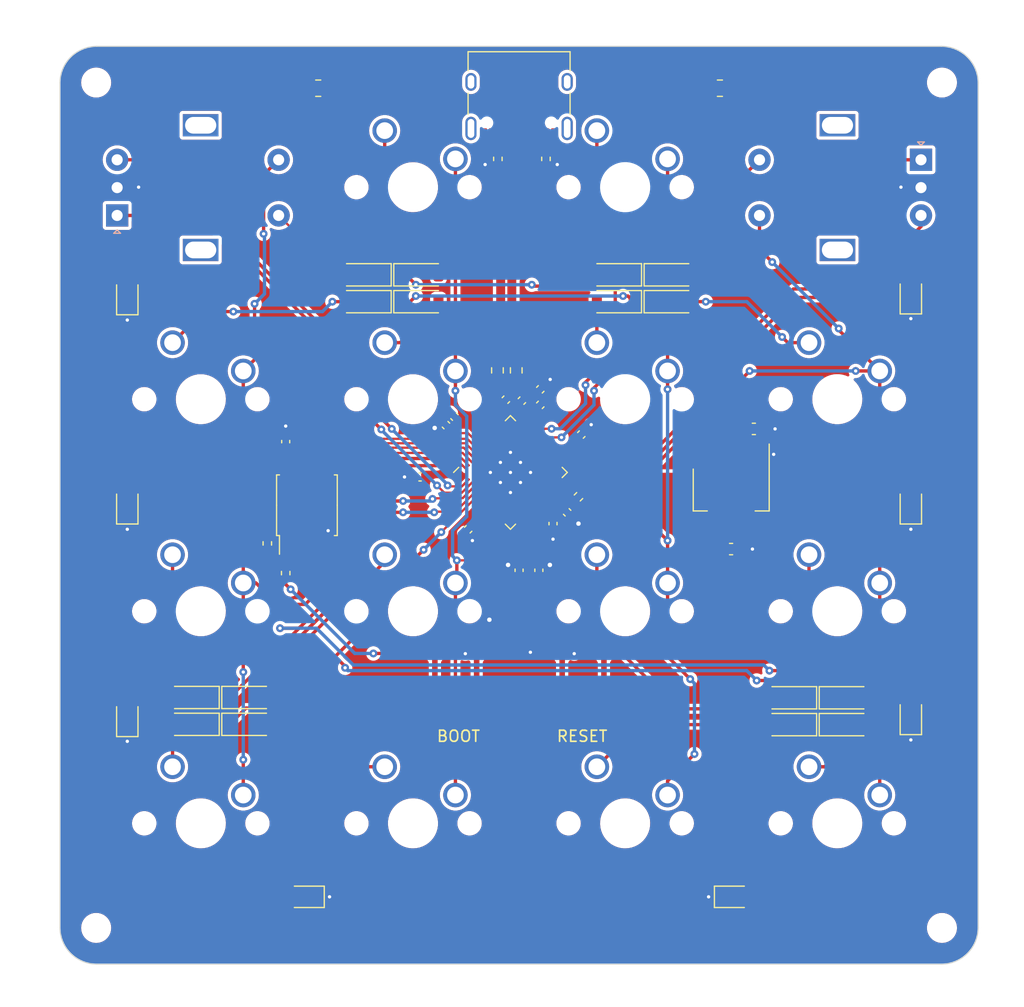
<source format=kicad_pcb>
(kicad_pcb (version 20221018) (generator pcbnew)
  (layers (0 "F.Cu" signal) (31 "B.Cu" power) (34 "B.Paste" user) (35 "F.Paste" user) (36 "B.SilkS" user "B.Silkscreen") (37 "F.SilkS" user "F.Silkscreen") (38 "B.Mask" user) (39 "F.Mask" user) (44 "Edge.Cuts" user))
  (net 0 "")
  (net 1 "+3V3")
  (net 2 "GND")
  (net 3 "+1V1")
  (net 4 "VBUS")
  (net 5 "/XIN")
  (net 6 "/XOUT")
  (net 7 "/ROW_0")
  (net 8 "Net-(D1-A)")
  (net 9 "Net-(D2-A)")
  (net 10 "Net-(D3-A)")
  (net 11 "Net-(D4-A)")
  (net 12 "/ROW_1")
  (net 13 "Net-(D5-A)")
  (net 14 "Net-(D6-A)")
  (net 15 "Net-(D7-A)")
  (net 16 "Net-(D8-A)")
  (net 17 "/ROW_2")
  (net 18 "Net-(D9-A)")
  (net 19 "Net-(D10-A)")
  (net 20 "Net-(D11-A)")
  (net 21 "Net-(D12-A)")
  (net 22 "/ROW_3")
  (net 23 "Net-(D13-A)")
  (net 24 "Net-(D14-A)")
  (net 25 "Net-(D15-A)")
  (net 26 "Net-(D16-A)")
  (net 27 "/ENC2_PIN_A")
  (net 28 "/ENC2_PIN_B")
  (net 29 "/COL_0")
  (net 30 "/ENC1_PIN_A")
  (net 31 "/ENC1_PIN_B")
  (net 32 "/COL_3")
  (net 33 "Net-(J1-CC1)")
  (net 35 "Net-(J1-CC2)")
  (net 38 "Net-(U1-USB_DP)")
  (net 39 "/USB_D+")
  (net 40 "Net-(U1-USB_DM)")
  (net 41 "/USB_D-")
  (net 42 "Net-(SW15-B)")
  (net 44 "/COL_1")
  (net 45 "/COL_2")
  (net 46 "/QSPI_SD1")
  (net 47 "/QSPI_SD2")
  (net 48 "/QSPI_SD0")
  (net 49 "/QSPI_SCLK")
  (net 50 "/QSPI_SD3")
  (net 67 "/~{USB_BOOT}")
  (net 68 "/QSPI_SS")
  (net 69 "Net-(D17-A)")
  (net 70 "Net-(D21-A)")
  (footprint "Button_Switch_SMD:SW_Push_1P1T_XKB_TS-1187A" (layer "F.Cu") (at 130.078 107.14 90)
    (fp_text reference "SW15" hide)
    (fp_text value "SW_SPST")
  )
  (footprint "Package_SO:SOIC-8_5.23x5.23mm_P1.27mm" (layer "F.Cu") (at 105.283 90.805 90)
    (fp_text reference "U4" hide)
    (fp_text value "W25Q128JVS")
  )
  (footprint "Connector_USB:USB_C_Receptacle_XKB_U262-16XN-4BVC11" (layer "F.Cu") (at 124.333 53.848 180)
    (fp_text reference "J1" hide)
    (fp_text value "USB_C_Receptacle_USB2.0")
  )
  (footprint "Capacitor_SMD:C_0402_1005Metric" (layer "F.Cu") (at 115.443 88.265 180)
    (fp_text reference "C6" hide)
    (fp_text value "100n")
  )
  (footprint "Diode_SMD:D_0805_2012Metric" (layer "F.Cu") (at 89.154 90.805 90)
    (fp_text reference "D18" hide)
    (fp_text value "LED")
  )
  (footprint "Crystal:Crystal_SMD_3225-4Pin_3.2x2.5mm" (layer "F.Cu") (at 124.29 101.942)
    (fp_text reference "Y1" hide)
    (fp_text value "12MHz")
  )
  (footprint "Capacitor_SMD:C_0402_1005Metric" (layer "F.Cu") (at 126.238 80.391 45)
    (fp_text reference "C7" hide)
    (fp_text value "100n")
  )
  (footprint "Diode_SMD:D_SOD-123" (layer "F.Cu") (at 148.6916 110.5154 180)
    (fp_text reference "D14" hide)
    (fp_text value "D")
  )
  (footprint "Diode_SMD:D_SOD-123" (layer "F.Cu") (at 137.921 72.517)
    (fp_text reference "D5" hide)
    (fp_text value "D")
  )
  (footprint "Capacitor_SMD:C_0402_1005Metric" (layer "F.Cu") (at 127.381 92.456 -90)
    (fp_text reference "C2" hide)
    (fp_text value "100n")
  )
  (footprint "Diode_SMD:D_0805_2012Metric" (layer "F.Cu") (at 159.512 71.930501 90)
    (fp_text reference "D21" hide)
    (fp_text value "LED")
  )
  (footprint "Capacitor_SMD:C_0603_1608Metric" (layer "F.Cu") (at 145.415 83.947)
    (fp_text reference "C12" hide)
    (fp_text value "10u")
  )
  (footprint "Diode_SMD:D_SOD-123" (layer "F.Cu") (at 95.0478 110.489 180)
    (fp_text reference "D16" hide)
    (fp_text value "D")
  )
  (footprint "Resistor_SMD:R_0805_2012Metric" (layer "F.Cu") (at 142.367 53.34 180)
    (fp_text reference "R9" hide)
    (fp_text value "15Ω")
  )
  (footprint "MountingHole:MountingHole_2.2mm_M2" (layer "F.Cu") (at 86.36 52.832)
    (fp_text reference "H1" hide)
    (fp_text value "MountingHole")
  )
  (footprint "Diode_SMD:D_SOD-123" (layer "F.Cu") (at 153.6446 108.1024)
    (fp_text reference "D9" hide)
    (fp_text value "D")
  )
  (footprint "Button_Switch_SMD:SW_Push_1P1T_XKB_TS-1187A" (layer "F.Cu") (at 118.648 107.119988 90)
    (fp_text reference "SW16" hide)
    (fp_text value "SW_SPST")
  )
  (footprint "Capacitor_SMD:C_0603_1608Metric" (layer "F.Cu") (at 143.37 94.742)
    (fp_text reference "C13" hide)
    (fp_text value "10u")
  )
  (footprint "Diode_SMD:D_SOD-123" (layer "F.Cu") (at 132.969 70.104 180)
    (fp_text reference "D2" hide)
    (fp_text value "D")
  )
  (footprint "Diode_SMD:D_0805_2012Metric" (layer "F.Cu") (at 143.5585 125.984)
    (fp_text reference "D24" hide)
    (fp_text value "LED")
  )
  (footprint "Resistor_SMD:R_0402_1005Metric" (layer "F.Cu") (at 126.746 59.69 -90)
    (fp_text reference "R4" hide)
    (fp_text value "5k1")
  )
  (footprint "Diode_SMD:D_SOD-123" (layer "F.Cu") (at 148.6916 108.1024 180)
    (fp_text reference "D10" hide)
    (fp_text value "D")
  )
  (footprint "Diode_SMD:D_SOD-123" (layer "F.Cu") (at 100.0008 110.489)
    (fp_text reference "D15" hide)
    (fp_text value "D")
  )
  (footprint "RP2040_minimal:RP2040-QFN-56" (layer "F.Cu") (at 123.558439 87.858878 45)
    (fp_text reference "U1" hide)
    (fp_text value "RP2040")
  )
  (footprint "Resistor_SMD:R_0805_2012Metric" (layer "F.Cu") (at 106.299 53.34)
    (fp_text reference "R8" hide)
    (fp_text value "15Ω")
  )
  (footprint "Diode_SMD:D_SOD-123" (layer "F.Cu") (at 115.443 72.517)
    (fp_text reference "D7" hide)
    (fp_text value "D")
  )
  (footprint "Diode_SMD:D_SOD-123" (layer "F.Cu") (at 100.0008 108.076)
    (fp_text reference "D11" hide)
    (fp_text value "D")
  )
  (footprint "Diode_SMD:D_SOD-123" (layer "F.Cu") (at 115.444 70.104)
    (fp_text reference "D3" hide)
    (fp_text value "D")
  )
  (footprint "Diode_SMD:D_0805_2012Metric" (layer "F.Cu") (at 159.512 90.805 90)
    (fp_text reference "D22" hide)
    (fp_text value "LED")
  )
  (footprint "Diode_SMD:D_0805_2012Metric" (layer "F.Cu") (at 159.512 109.728 90)
    (fp_text reference "D23" hide)
    (fp_text value "LED")
  )
  (footprint "Capacitor_SMD:C_0402_1005Metric" (layer "F.Cu") (at 123.148411 81.321589 45)
    (fp_text reference "C10" hide)
    (fp_text value "1u")
  )
  (footprint "Diode_SMD:D_SOD-123" (layer "F.Cu") (at 110.489 72.517 180)
    (fp_text reference "D8" hide)
    (fp_text value "D")
  )
  (footprint "Capacitor_SMD:C_0402_1005Metric" (layer "F.Cu") (at 129.921 84.455 45)
    (fp_text reference "C4" hide)
    (fp_text value "100n")
  )
  (footprint "Capacitor_SMD:C_0402_1005Metric" (layer "F.Cu") (at 124.333 96.647 90)
    (fp_text reference "C14" hide)
    (fp_text value "30p")
  )
  (footprint "Resistor_SMD:R_0402_1005Metric" (layer "F.Cu") (at 103.378 96.901 -90)
    (fp_text reference "R6" hide)
    (fp_text value "1k")
  )
  (footprint "Diode_SMD:D_0805_2012Metric" (layer "F.Cu") (at 89.154 109.903501 90)
    (fp_text reference "D19" hide)
    (fp_text value "LED")
  )
  (footprint "Resistor_SMD:R_0603_1608Metric" (layer "F.Cu") (at 122.390803 78.689756 90)
    (fp_text reference "R1" hide)
    (fp_text value "27")
  )
  (footprint "Diode_SMD:D_SOD-123" (layer "F.Cu") (at 153.6436 110.5154)
    (fp_text reference "D13" hide)
    (fp_text value "D")
  )
  (footprint "Diode_SMD:D_0805_2012Metric" (layer "F.Cu") (at 105.156 125.984 180)
    (fp_text reference "D20" hide)
    (fp_text value "LED")
  )
  (footprint "Diode_SMD:D_SOD-123" (layer "F.Cu") (at 110.49 70.104 180)
    (fp_text reference "D4" hide)
    (fp_text value "D")
  )
  (footprint "Capacitor_SMD:C_0402_1005Metric" (layer "F.Cu") (at 103.378 85.09 90)
    (fp_text reference "C16" hide)
    (fp_text value "100n")
  )
  (footprint "Diode_SMD:D_SOD-123" (layer "F.Cu") (at 132.968 72.517 180)
    (fp_text reference "D6" hide)
    (fp_text value "D")
  )
  (footprint "MountingHole:MountingHole_2.2mm_M2" (layer "F.Cu") (at 162.306 128.778)
    (fp_text reference "H4" hide)
    (fp_text value "MountingHole")
  )
  (footprint "MountingHole:MountingHole_2.2mm_M2" (layer "F.Cu") (at 162.306 52.832)
    (fp_text reference "H2" hide)
    (fp_text value "MountingHole")
  )
  (footprint "Diode_SMD:D_SOD-123" (layer "F.Cu") (at 95.0478 108.076 180)
    (fp_text reference "D12" hide)
    (fp_text value "D")
  )
  (footprint "Resistor_SMD:R_0402_1005Metric" (layer "F.Cu") (at 122.428 59.69 -90)
    (fp_text reference "R5" hide)
    (fp_text value "5k1")
  )
  (footprint "Resistor_SMD:R_0402_1005Metric" (layer "F.Cu") (at 129.667 90.043 45)
    (fp_text reference "R3" hide)
    (fp_text value "1k")
  )
  (footprint "Capacitor_SMD:C_0402_1005Metric" (layer "F.Cu") (at 117.770589 83.607589 135)
    (fp_text reference "C9" hide)
    (fp_text value "100n")
  )
  (footprint "Resistor_SMD:R_0603_1608Metric" (layer "F.Cu") (at 124.079 78.689756 90)
    (fp_text reference "R2" hide)
    (fp_text value "27")
  )
  (footprint "Resistor_SMD:R_0402_1005Metric" (layer "F.Cu") (at 101.727 94.232001 -90)
    (fp_text reference "R7" hide)
    (fp_text value "10k (DNP)")
  )
  (footprint "Capacitor_SMD:C_0402_1005Metric" (layer "F.Cu") (at 124.587 81.407 45)
    (fp_text reference "C11" hide)
    (fp_text value "1u")
  )
  (footprint "Diode_SMD:D_0805_2012Metric" (layer "F.Cu") (at 89.154 72.009 90)
    (fp_text reference "D17" hide)
    (fp_text value "LED")
  )
  (footprint "Capacitor_SMD:C_0402_1005Metric" (layer "F.Cu") (at 126.238 81.788 45)
    (fp_text reference "C3" hide)
    (fp_text value "100n")
  )
  (footprint "MountingHole:MountingHole_2.2mm_M2" (layer "F.Cu") (at 86.36 128.778)
    (fp_text reference "H3" hide)
    (fp_text value "MountingHole")
  )
  (footprint "Package_TO_SOT_SMD:SOT-223-3_TabPin2" (layer "F.Cu") (at 143.383 89.408 -90)
    (fp_text reference "U2" hide)
    (fp_text value "NCP1117-3.3_SOT223")
  )
  (footprint "Capacitor_SMD:C_0402_1005Metric" (layer "F.Cu") (at 119.761 92.964 -135)
    (fp_text reference "C5" hide)
    (fp_text value "100n")
  )
  (footprint "Capacitor_SMD:C_0402_1005Metric" (layer "F.Cu") (at 118.532589 82.845589 135)
    (fp_text reference "C1" hide)
    (fp_text value "100n")
  )
  (footprint "Capacitor_SMD:C_0402_1005Metric" (layer "F.Cu") (at 128.651 91.44 135)
    (fp_text reference "C8" hide)
    (fp_text value "100n")
  )
  (footprint "Capacitor_SMD:C_0402_1005Metric" (layer "F.Cu") (at 126.111 96.647 90)
    (fp_text reference "C15" hide)
    (fp_text value "30p")
  )
  (footprint "Diode_SMD:D_SOD-123" (layer "F.Cu") (at 137.922 70.104)
    (fp_text reference "D1" hide)
    (fp_text value "D")
  )
  (footprint "Button_Switch_Keyboard:SW_Cherry_MX_1.00u_PCB_UPDATED_FOOTPRINT_RIGHT_PIN_ASSIGNMENT" (layer "B.Cu") (at 112.268 114.3 180)
    (fp_text reference "SW13" hide)
    (fp_text value "KEY_MX")
  )
  (footprint "Button_Switch_Keyboard:SW_Cherry_MX_1.00u_PCB_UPDATED_FOOTPRINT_RIGHT_PIN_ASSIGNMENT" (layer "B.Cu") (at 93.218 76.2 180)
    (fp_text reference "SW6" hide)
    (fp_text value "KEY_MX")
  )
  (footprint "Button_Switch_Keyboard:SW_Cherry_MX_1.00u_PCB_UPDATED_FOOTPRINT_RIGHT_PIN_ASSIGNMENT" (layer "B.Cu") (at 112.268 57.15 180)
    (fp_text reference "SW2" hide)
    (fp_text value "KEY_MX")
  )
  (footprint "Button_Switch_Keyboard:SW_Cherry_MX_1.00u_PCB_UPDATED_FOOTPRINT_RIGHT_PIN_ASSIGNMENT" (layer "B.Cu") (at 150.368 95.25 180)
    (fp_text reference "SW7" hide)
    (fp_text value "KEY_MX")
  )
  (footprint "Button_Switch_Keyboard:SW_Cherry_MX_1.00u_PCB_UPDATED_FOOTPRINT_RIGHT_PIN_ASSIGNMENT" (layer "B.Cu") (at 150.368 76.2 180)
    (fp_text reference "SW3" hide)
    (fp_text value "KEY_MX")
  )
  (footprint "Button_Switch_Keyboard:SW_Cherry_MX_1.00u_PCB_UPDATED_FOOTPRINT_RIGHT_PIN_ASSIGNMENT" (layer "B.Cu") (at 112.268 95.25 180)
    (fp_text reference "SW9" hide)
    (fp_text value "KEY_MX")
  )
  (footprint "Button_Switch_Keyboard:SW_Cherry_MX_1.00u_PCB_UPDATED_FOOTPRINT_RIGHT_PIN_ASSIGNMENT" (layer "B.Cu") (at 131.318 114.3 180)
    (fp_text reference "SW12" hide)
    (fp_text value "KEY_MX")
  )
  (footprint "Button_Switch_Keyboard:SW_Cherry_MX_1.00u_PCB_UPDATED_FOOTPRINT_RIGHT_PIN_ASSIGNMENT" (layer "B.Cu") (at 112.268 76.2 180)
    (fp_text reference "SW5" hide)
    (fp_text value "KEY_MX")
  )
  (footprint "Button_Switch_Keyboard:SW_Cherry_MX_1.00u_PCB_UPDATED_FOOTPRINT_RIGHT_PIN_ASSIGNMENT" (layer "B.Cu") (at 131.318 76.2 180)
    (fp_text reference "SW4" hide)
    (fp_text value "KEY_MX")
  )
  (footprint "Button_Switch_Keyboard:SW_Cherry_MX_1.00u_PCB_UPDATED_FOOTPRINT_RIGHT_PIN_ASSIGNMENT" (layer "B.Cu") (at 131.318 57.15 180)
    (fp_text reference "SW1" hide)
    (fp_text value "KEY_MX")
  )
  (footprint "Button_Switch_Keyboard:SW_Cherry_MX_1.00u_PCB_UPDATED_FOOTPRINT_RIGHT_PIN_ASSIGNMENT" (layer "B.Cu") (at 150.368 114.3 180)
    (fp_text reference "SW11" hide)
    (fp_text value "KEY_MX")
  )
  (footprint "Rotary_Encoder:RotaryEncoder_Alps_EC11E-Switch_Vertical_H20mm" (layer "B.Cu") (at 88.243 64.77)
    (fp_text reference "ENC2" hide)
    (fp_text value "Encoder_Switch")
  )
  (footprint "Button_Switch_Keyboard:SW_Cherry_MX_1.00u_PCB_UPDATED_FOOTPRINT_RIGHT_PIN_ASSIGNMENT" (layer "B.Cu") (at 93.218 95.25 180)
    (fp_text reference "SW10" hide)
    (fp_text value "KEY_MX")
  )
  (footprint "Button_Switch_Keyboard:SW_Cherry_MX_1.00u_PCB_UPDATED_FOOTPRINT_RIGHT_PIN_ASSIGNMENT" (layer "B.Cu") (at 131.318 95.25 180)
    (fp_text reference "SW8" hide)
    (fp_text value "KEY_MX")
  )
  (footprint "Rotary_Encoder:RotaryEncoder_Alps_EC11E-Switch_Vertical_H20mm" (layer "B.Cu") (at 160.423 59.77 180)
    (fp_text reference "ENC1" hide)
    (fp_text value "Encoder_Switch")
  )
  (footprint "Button_Switch_Keyboard:SW_Cherry_MX_1.00u_PCB_UPDATED_FOOTPRINT_RIGHT_PIN_ASSIGNMENT" (layer "B.Cu") (at 93.218 114.3 180)
    (fp_text reference "SW14" hide)
    (fp_text value "KEY_MX")
  )
  (gr_line (start 83.106867 128.729133) (end 83.106867 52.880867) (stroke (width 0.1)) (layer "Edge.Cuts"))
  (gr_line (start 165.559133 52.880867) (end 165.559133 128.729133) (stroke (width 0.1)) (layer "Edge.Cuts"))
  (gr_arc (start 83.106867 52.880867) (mid 84.074 50.546) (end 86.408867 49.578867) (stroke (width 0.1)) (layer "Edge.Cuts"))
  (gr_arc (start 165.559133 128.729133) (mid 164.592 131.064) (end 162.257133 132.031133) (stroke (width 0.1)) (layer "Edge.Cuts"))
  (gr_line (start 86.408867 49.578867) (end 162.257133 49.578867) (stroke (width 0.1)) (layer "Edge.Cuts"))
  (gr_line (start 162.257133 132.031133) (end 86.408867 132.031133) (stroke (width 0.1)) (layer "Edge.Cuts"))
  (gr_arc (start 86.408867 132.031133) (mid 84.074 131.064) (end 83.106867 128.729133) (stroke (width 0.1)) (layer "Edge.Cuts"))
  (gr_arc (start 162.257133 49.578867) (mid 164.592 50.546) (end 165.559133 52.880867) (stroke (width 0.1)) (layer "Edge.Cuts"))
  (gr_text "RESET" (at 127.635 112.141) (layer "F.SilkS") (effects (font (size 1 1)) (justify left bottom)))
  (gr_text "BOOT" (at 116.863618 112.141) (layer "F.SilkS") (effects (font (size 1 1)) (justify left bottom)))
  (segment (start 122.683394 83.872564) (end 122.301 83.49017) (width 0.2) (layer "F.Cu") (net 1))
  (segment (start 119.103202 88.265) (end 119.289282 88.45108) (width 0.2) (layer "F.Cu") (net 1))
  (segment (start 124.150641 83.589721) (end 125.612951 82.127411) (width 0.2) (layer "F.Cu") (net 1))
  (segment (start 122.301 83.49017) (end 122.301 83.058) (width 0.2) (layer "F.Cu") (net 1))
  (segment (start 119.167403 83.185) (end 118.872 83.185) (width 0.2) (layer "F.Cu") (net 1))
  (segment (start 128.67 85.706) (end 129.581589 84.794411) (width 0.2) (layer "F.Cu") (net 1))
  (segment (start 121.834866 90.996664) (end 120.206941 92.624589) (width 0.2) (layer "F.Cu") (net 1))
  (segment (start 121.269181 85.286777) (end 120.266003 84.2836) (width 0.2) (layer "F.Cu") (net 1))
  (segment (start 120.206941 92.624589) (end 120.100411 92.624589) (width 0.2) (layer "F.Cu") (net 1))
  (segment (start 122.966237 83.589721) (end 123.420279 83.589721) (width 0.2) (layer "F.Cu") (net 1))
  (segment (start 125.898589 81.111411) (end 125.898589 80.730411) (width 0.2) (layer "F.Cu") (net 1))
  (segment (start 120.83169 84.2836) (end 120.266003 84.2836) (width 0.2) (layer "F.Cu") (net 1))
  (segment (start 123.612589 81.746411) (end 124.247589 81.746411) (width 0.2) (layer "F.Cu") (net 1))
  (segment (start 120.266003 84.2836) (end 119.167403 83.185) (width 0.2) (layer "F.Cu") (net 1))
  (segment (start 127.381 91.398596) (end 127.381 91.976) (width 0.2) (layer "F.Cu") (net 1))
  (segment (start 125.612951 82.127411) (end 125.898589 82.127411) (width 0.2) (layer "F.Cu") (net 1))
  (segment (start 115.923 88.265) (end 119.103202 88.265) (width 0.2) (layer "F.Cu") (net 1))
  (segment (start 121.552024 85.003934) (end 120.83169 84.2836) (width 0.2) (layer "F.Cu") (net 1))
  (segment (start 127.12553 85.706) (end 128.67 85.706) (width 0.2) (layer "F.Cu") (net 1))
  (segment (start 126.696225 86.135305) (end 127.12553 85.706) (width 0.2) (layer "F.Cu") (net 1))
  (segment (start 123.420279 83.589721) (end 125.898589 81.111411) (width 0.2) (layer "F.Cu") (net 1))
  (segment (start 122.301 83.058) (end 123.612589 81.746411) (width 0.2) (layer "F.Cu") (net 1))
  (segment (start 126.13054 90.148136) (end 127.381 91.398596) (width 0.2) (layer "F.Cu") (net 1))
  (segment (start 126.746 60.2) (end 127.76 60.2) (width 0.3) (layer "F.Cu") (net 2))
  (segment (start 124.587 90.297) (end 123.952 89.662) (width 0.5) (layer "F.Cu") (net 2))
  (segment (start 124.630822 80.772) (end 124.926411 81.067589) (width 0.5) (layer "F.Cu") (net 2))
  (segment (start 126.577411 80.051589) (end 127.127 79.502) (width 0.5) (layer "F.Cu") (net 2))
  (segment (start 145.683 86.258) (end 147.168 86.258) (width 0.5) (layer "F.Cu") (net 2))
  (segment (start 123.345 96.167) (end 124.333 96.167) (width 0.5) (layer "F.Cu") (net 2))
  (segment (start 123.952 89.662) (end 123.558439 89.662) (width 0.5) (layer "F.Cu") (net 2))
  (segment (start 126.281822 79.756) (end 126.577411 80.051589) (width 0.5) (layer "F.Cu") (net 2))
  (segment (start 144.145 94.742) (end 145.288 94.742) (width 0.5) (layer "F.Cu") (net 2))
  (segment (start 125.603 79.756) (end 126.281822 79.756) (width 0.5) (layer "F.Cu") (net 2))
  (segment (start 126.873 81.153) (end 126.577411 81.448589) (width 0.5) (layer "F.Cu") (net 2))
  (segment (start 159.512 72.868001) (end 159.512 74.041) (width 0.5) (layer "F.Cu") (net 2))
  (segment (start 120.983 57.518) (end 121.283 57.518) (width 0.3) (layer "F.Cu") (net 2))
  (segment (start 128.203002 104.140001) (end 128.203002 110.140001) (width 0.5) (layer "F.Cu") (net 2))
  (segment (start 125.39 102.792) (end 125.39 103.972) (width 0.5) (layer "F.Cu") (net 2))
  (segment (start 114.046 88.265) (end 114.963 88.265) (width 0.5) (layer "F.Cu") (net 2))
  (segment (start 123.487822 80.982178) (end 123.698 80.772) (width 0.5) (layer "F.Cu") (net 2))
  (segment (start 158.663 62.27) (end 158.623 62.23) (width 0.5) (layer "F.Cu") (net 2))
  (segment (start 89.154 110.841001) (end 89.154 112.014) (width 0.5) (layer "F.Cu") (net 2))
  (segment (start 124.926411 81.067589) (end 124.926411 80.432589) (width 0.5) (layer "F.Cu") (net 2))
  (segment (start 120.523002 110.119988) (end 120.523003 104.119988) (width 0.5) (layer "F.Cu") (net 2))
  (segment (start 159.512 110.6655) (end 159.512 111.887) (width 0.5) (layer "F.Cu") (net 2))
  (segment (start 89.154 91.7425) (end 89.154 92.964) (width 0.5) (layer "F.Cu") (net 2))
  (segment (start 88.243 62.27) (end 90.13 62.27) (width 0.5) (layer "F.Cu") (net 2))
  (segment (start 118.193178 82.506178) (end 117.431178 83.268178) (width 0.5) (layer "F.Cu") (net 2))
  (segment (start 160.423 62.27) (end 158.663 62.27) (width 0.5) (layer "F.Cu") (net 2))
  (segment (start 90.13 62.27) (end 90.17 62.23) (width 0.5) (layer "F.Cu") (net 2))
  (segment (start 125.39 103.972) (end 125.349 104.013) (width 0.5) (layer "F.Cu") (net 2))
  (segment (start 125.282012 90.996664) (end 124.714 90.428652) (width 0.2) (layer "F.Cu") (net 2))
  (segment (start 130.260411 84.115589) (end 130.81 83.566) (width 0.5) (layer "F.Cu") (net 2))
  (segment (start 123.19 101.092) (end 121.666 101.092) (width 0.5) (layer "F.Cu") (net 2))
  (segment (start 127.099 96.167) (end 126.111 96.167) (width 0.5) (layer "F.Cu") (net 2))
  (segment (start 89.154 72.9465) (end 89.154 74.168) (width 0.5) (layer "F.Cu") (net 2))
  (segment (start 159.512 91.7425) (end 159.512 92.964) (width 0.5) (layer "F.Cu") (net 2))
  (segment (start 126.746 60.2) (end 127.683 59.263) (width 0.3) (layer "F.Cu") (net 2))
  (segment (start 124.926411 80.432589) (end 125.603 79.756) (width 0.5) (layer "F.Cu") (net 2))
  (segment (start 127.381 93.853) (end 127.381 92.936) (width 0.5) (layer "F.Cu") (net 2))
  (segment (start 142.621 125.984) (end 141.351 125.984) (width 0.5) (layer "F.Cu") (net 2))
  (segment (start 127.383 57.518) (end 127.683 57.518) (width 0.3) (layer "F.Cu") (net 2))
  (segment (start 126.577411 80.051589) (end 126.873 80.347178) (width 0.5) (layer "F.Cu") (net 2))
  (segment (start 128.990411 91.779411) (end 129.667 92.456) (width 0.5) (layer "F.Cu") (net 2))
  (segment (start 107.188 94.405) (end 107.188 93.091) (width 0.5) (layer "F.Cu") (net 2))
  (segment (start 126.873 80.347178) (end 126.873 81.153) (width 0.5) (layer "F.Cu") (net 2))
  (segment (start 146.19 83.947) (end 147.32 83.947) (width 0.5) (layer "F.Cu") (net 2))
  (segment (start 122.428 60.2) (end 121.287 60.2) (width 0.3) (layer "F.Cu") (net 2))
  (segment (start 121.283 57.518) (end 121.283 59.434) (width 0.3) (layer "F.Cu") (net 2))
  (segment (start 128.203 104.14) (end 129.286 104.14) (width 0.5) (layer "F.Cu") (net 2))
  (segment (start 124.714 90.424) (end 124.587 90.297) (width 0.3) (layer "F.Cu") (net 2))
  (segment (start 123.698 80.772) (end 124.630822 80.772) (width 0.5) (layer "F.Cu") (net 2))
  (segment (start 124.714 90.428652) (end 124.714 90.424) (width 0.2) (layer "F.Cu") (net 2))
  (segment (start 122.049 60.2) (end 122.428 60.2) (width 0.3) (layer "F.Cu") (net 2))
  (segment (start 103.378 84.61) (end 103.378 83.693) (width 0.5) (layer "F.Cu") (net 2))
  (segment (start 127.76 60.2) (end 127.762 60.198) (width 0.3) (layer "F.Cu") (net 2))
  (segment (start 127.683 59.263) (end 127.683 57.518) (width 0.3) (layer "F.Cu") (net 2))
  (segment (start 116.837767 83.861589) (end 117.431178 83.268178) (width 0.5) (layer "F.Cu") (net 2))
  (segment (start 147.168 86.258) (end 147.193 86.233) (width 0.5) (layer "F.Cu") (net 2))
  (segment (start 121.283 59.434) (end 122.049 60.2) (width 0.3) (layer "F.Cu") (net 2))
  (segment (start 119.527012 104.119988) (end 119.507 104.14) (width 0.5) (layer "F.Cu") (net 2))
  (segment (start 106.0935 125.984) (end 107.315 125.984) (width 0.5) (layer "F.Cu") (net 2))
  (segment (start 119.421589 93.303411) (end 119.465411 93.303411) (width 0.5) (layer "F.Cu") (net 2))
  (segment (start 120.523 104.119988) (end 119.527012 104.119988) (width 0.5) (layer "F.Cu") (net 2))
  (segment (start 119.465411 93.303411) (end 120.142 93.98) (width 0.5) (layer "F.Cu") (net 2))
  (segment (start 121.287 60.2) (end 121.285 60.198) (width 0.3) (layer "F.Cu") (net 2))
  (via (at 123.345 96.167) (size 0.8) (drill 0.4) (layers "F.Cu" "B.Cu") (net 2))
  (via (at 147.32 83.947) (size 0.7) (drill 0.3) (layers "F.Cu" "B.Cu") (net 2))
  (via (at 89.154 112.014) (size 0.7) (drill 0.3) (layers "F.Cu" "B.Cu") (net 2))
  (via (at 120.142 93.98) (size 0.7) (drill 0.3) (layers "F.Cu" "B.Cu") (net 2))
  (via (at 89.154 92.964) (size 0.7) (drill 0.3) (layers "F.Cu" "B.Cu") (net 2))
  (via (at 159.512 111.887) (size 0.7) (drill 0.3) (layers "F.Cu" "B.Cu") (net 2))
  (via (at 127.099 96.167) (size 0.8) (drill 0.4) (layers "F.Cu" "B.Cu") (net 2))
  (via (at 125.349 104.013) (size 0.7) (drill 0.3) (layers "F.Cu" "B.Cu") (net 2))
  (via (at 127.381 93.853) (size 0.7) (drill 0.3) (layers "F.Cu" "B.Cu") (net 2))
  (via (at 127.127 79.502) (size 0.7) (drill 0.3) (layers "F.Cu" "B.Cu") (net 2))
  (via (at 159.512 92.964) (size 0.7) (drill 0.3) (layers "F.Cu" "B.Cu") (net 2))
  (via (at 121.666 101.092) (size 0.8) (drill 0.4) (layers "F.Cu" "B.Cu") (net 2))
  (via (at 147.193 86.233) (size 0.7) (drill 0.3) (layers "F.Cu" "B.Cu") (net 2))
  (via (at 107.315 125.984) (size 0.7) (drill 0.3) (layers "F.Cu" "B.Cu") (net 2))
  (via (at 127.762 60.198) (size 0.7) (drill 0.3) (layers "F.Cu" "B.Cu") (net 2))
  (via (at 158.623 62.23) (size 0.7) (drill 0.3) (layers "F.Cu" "B.Cu") (net 2))
  (via (at 89.154 74.168) (size 0.7) (drill 0.3) (layers "F.Cu" "B.Cu") (net 2))
  (via (at 119.507 104.14) (size 0.7) (drill 0.3) (layers "F.Cu" "B.Cu") (net 2))
  (via (at 130.81 83.566) (size 0.7) (drill 0.3) (layers "F.Cu" "B.Cu") (net 2))
  (via (at 90.17 62.23) (size 0.7) (drill 0.3) (layers "F.Cu" "B.Cu") (net 2))
  (via (at 116.754589 83.861589) (size 0.8) (drill 0.4) (layers "F.Cu" "B.Cu") (net 2))
  (via (at 141.351 125.984) (size 0.7) (drill 0.3) (layers "F.Cu" "B.Cu") (net 2))
  (via (at 103.378 83.693) (size 0.7) (drill 0.3) (layers "F.Cu" "B.Cu") (net 2))
  (via (at 114.046 88.265) (size 0.7) (drill 0.3) (layers "F.Cu" "B.Cu") (net 2))
  (via (at 107.188 93.091) (size 0.7) (drill 0.3) (layers "F.Cu" "B.Cu") (net 2))
  (via (at 159.512 74.041) (size 0.7) (drill 0.3) (layers "F.Cu" "B.Cu") (net 2))
  (via (at 129.667 92.456) (size 0.8) (drill 0.4) (layers "F.Cu" "B.Cu") (net 2))
  (via (at 129.286 104.14) (size 0.7) (drill 0.3) (layers "F.Cu" "B.Cu") (net 2))
  (via (at 145.288 94.742) (size 0.7) (drill 0.3) (layers "F.Cu" "B.Cu") (net 2))
  (via (at 121.285 60.198) (size 0.7) (drill 0.3) (layers "F.Cu" "B.Cu") (net 2))
  (segment (start 128.184589 91.100589) (end 128.311589 91.100589) (width 0.2) (layer "F.Cu") (net 3))
  (segment (start 125.702088 89.154) (end 125.603 89.154) (width 0.2) (layer "F.Cu") (net 3))
  (segment (start 127.32581 90.24181) (end 128.184589 91.100589) (width 0.2) (layer "F.Cu") (net 3))
  (segment (start 126.413383 89.865293) (end 125.702088 89.154) (width 0.2) (layer "F.Cu") (net 3))
  (segment (start 126.413383 89.865293) (end 126.7899 90.24181) (width 0.2) (layer "F.Cu") (net 3))
  (segment (start 122.400552 84.155406) (end 121.901 83.655855) (width 0.2) (layer "F.Cu") (net 3))
  (segment (start 122.936 84.690854) (end 122.400552 84.155406) (width 0.2) (layer "F.Cu") (net 3))
  (segment (start 120.986338 85.56962) (end 119.744718 84.328) (width 0.2) (layer "F.Cu") (net 3))
  (segment (start 119.744718 84.328) (end 118.491 84.328) (width 0.2) (layer "F.Cu") (net 3))
  (segment (start 121.901 82.569) (end 122.809 81.661) (width 0.2) (layer "F.Cu") (net 3))
  (segment (start 126.7899 90.24181) (end 127.32581 90.24181) (width 0.2) (layer "F.Cu") (net 3))
  (segment (start 122.206864 85.946136) (end 122.936 85.217) (width 0.3) (layer "F.Cu") (net 3))
  (segment (start 120.986338 85.56962) (end 121.362856 85.946136) (width 0.2) (layer "F.Cu") (net 3))
  (segment (start 118.491 84.328) (end 118.11 83.947) (width 0.2) (layer "F.Cu") (net 3))
  (segment (start 122.936 85.217) (end 122.936 84.690854) (width 0.2) (layer "F.Cu") (net 3))
  (segment (start 121.901 83.655855) (end 121.901 82.569) (width 0.2) (layer "F.Cu") (net 3))
  (segment (start 121.362856 85.946136) (end 122.206864 85.946136) (width 0.2) (layer "F.Cu") (net 3))
  (segment (start 122.083 56.733) (end 122.3264 56.4896) (width 0.2) (layer "F.Cu") (net 4))
  (segment (start 126.583 56.693) (end 126.583 57.518) (width 0.2) (layer "F.Cu") (net 4))
  (segment (start 126.3396 56.4388) (end 124.6124 54.7116) (width 0.5) (layer "F.Cu") (net 4))
  (segment (start 124.1044 54.7116) (end 122.3264 56.4896) (width 0.5) (layer "F.Cu") (net 4))
  (segment (start 121.783 57.518) (end 122.083 57.518) (width 0.3) (layer "F.Cu") (net 4))
  (segment (start 124.6124 54.7116) (end 124.1044 54.7116) (width 0.5) (layer "F.Cu") (net 4))
  (segment (start 126.583 56.6822) (end 126.3396 56.4388) (width 0.2) (layer "F.Cu") (net 4))
  (segment (start 122.083 57.518) (end 122.083 56.743) (width 0.2) (layer "F.Cu") (net 4))
  (segment (start 122.083 56.743) (end 122.083 56.733) (width 0.2) (layer "F.Cu") (net 4))
  (segment (start 126.583 56.693) (end 126.583 56.6822) (width 0.2) (layer "F.Cu") (net 4))
  (segment (start 126.583 57.518) (end 126.883 57.518) (width 0.3) (layer "F.Cu") (net 4))
  (segment (start 126.219 93.179314) (end 125.095 94.303314) (width 0.2) (layer "F.Cu") (net 5))
  (segment (start 125.095 94.303314) (end 125.095 96.647) (width 0.2) (layer "F.Cu") (net 5))
  (segment (start 125.564854 90.713822) (end 126.219 91.367968) (width 0.2) (layer "F.Cu") (net 5))
  (segment (start 126.219 91.367968) (end 126.219 93.179314) (width 0.2) (layer "F.Cu") (net 5))
  (segment (start 124.333 97.127) (end 124.24 97.22) (width 0.3) (layer "F.Cu") (net 5))
  (segment (start 124.615 97.127) (end 124.333 97.127) (width 0.2) (layer "F.Cu") (net 5))
  (segment (start 124.24 97.22) (end 124.24 102.042) (width 0.3) (layer "F.Cu") (net 5))
  (segment (start 123.49 102.792) (end 123.19 102.792) (width 0.3) (layer "F.Cu") (net 5))
  (segment (start 125.095 96.647) (end 124.615 97.127) (width 0.2) (layer "F.Cu") (net 5))
  (segment (start 124.24 102.042) (end 123.49 102.792) (width 0.3) (layer "F.Cu") (net 5))
  (segment (start 126.619 93.345) (end 125.495 94.469) (width 0.2) (layer "F.Cu") (net 6))
  (segment (start 125.847697 90.430979) (end 126.619 91.202283) (width 0.2) (layer "F.Cu") (net 6))
  (segment (start 126.111 99.314) (end 126.111 97.127) (width 0.3) (layer "F.Cu") (net 6))
  (segment (start 126.619 91.202283) (end 126.619 93.345) (width 0.2) (layer "F.Cu") (net 6))
  (segment (start 125.495 94.469) (end 125.495 96.666) (width 0.2) (layer "F.Cu") (net 6))
  (segment (start 125.349 100.076) (end 126.111 99.314) (width 0.3) (layer "F.Cu") (net 6))
  (segment (start 125.349 101.051) (end 125.349 100.076) (width 0.3) (layer "F.Cu") (net 6))
  (segment (start 125.39 101.092) (end 125.349 101.051) (width 0.3) (layer "F.Cu") (net 6))
  (segment (start 125.495 96.666) (end 125.956 97.127) (width 0.2) (layer "F.Cu") (net 6))
  (segment (start 125.956 97.127) (end 126.111 97.127) (width 0.2) (layer "F.Cu") (net 6))
  (segment (start 130.302 80.01) (end 130.302 79.756) (width 0.3) (layer "F.Cu") (net 7))
  (segment (start 113.794 70.104) (end 114.173 70.104) (width 0.3) (layer "F.Cu") (net 7))
  (segment (start 112.14 70.104) (end 113.794 70.104) (width 0.3) (layer "F.Cu") (net 7))
  (segment (start 134.619 70.104) (end 136.272 70.104) (width 0.3) (layer "F.Cu") (net 7))
  (segment (start 125.476 70.993) (end 125.603 71.12) (width 0.3) (layer "F.Cu") (net 7))
  (segment (start 133.985 70.104) (end 134.619 70.104) (width 0.3) (layer "F.Cu") (net 7))
  (segment (start 130.302 79.756) (end 132.969 77.089) (width 0.3) (layer "F.Cu") (net 7))
  (segment (start 114.173 70.104) (end 115.062 70.993) (width 0.3) (layer "F.Cu") (net 7))
  (segment (start 126.636288 83.9325) (end 125.564854 85.003934) (width 0.2) (layer "F.Cu") (net 7))
  (segment (start 125.603 71.12) (end 132.969 71.12) (width 0.3) (layer "F.Cu") (net 7))
  (segment (start 132.969 71.12) (end 133.985 70.104) (width 0.3) (layer "F.Cu") (net 7))
  (segment (start 127.254 83.9325) (end 126.636288 83.9325) (width 0.2) (layer "F.Cu") (net 7))
  (segment (start 132.969 77.089) (end 132.969 71.12) (width 0.3) (layer "F.Cu") (net 7))
  (via (at 115.062 70.993) (size 0.7) (drill 0.3) (layers "F.Cu" "B.Cu") (net 7))
  (via (at 127.254 83.9325) (size 0.7) (drill 0.3) (layers "F.Cu" "B.Cu") (net 7))
  (via (at 125.476 70.993) (size 0.7) (drill 0.3) (layers "F.Cu" "B.Cu") (net 7))
  (via (at 130.302 80.01) (size 0.7) (drill 0.3) (layers "F.Cu" "B.Cu") (net 7))
  (segment (start 130.302 80.01) (end 130.302 81.661) (width 0.3) (layer "B.Cu") (net 7))
  (segment (start 130.302 81.661) (end 128.0305 83.9325) (width 0.3) (layer "B.Cu") (net 7))
  (segment (start 128.0305 83.9325) (end 127.254 83.9325) (width 0.3) (layer "B.Cu") (net 7))
  (segment (start 115.062 70.993) (end 125.476 70.993) (width 0.3) (layer "B.Cu") (net 7))
  (segment (start 139.572 70.104) (end 139.572 66.121) (width 0.3) (layer "F.Cu") (net 8))
  (segment (start 139.572 66.121) (end 145.923 59.77) (width 0.3) (layer "F.Cu") (net 8))
  (segment (start 131.318 70.103) (end 131.319 70.104) (width 0.3) (layer "F.Cu") (net 9))
  (segment (start 131.318 57.15) (end 131.318 70.103) (width 0.3) (layer "F.Cu") (net 9))
  (segment (start 112.268 65.278) (end 112.268 57.15) (width 0.3) (layer "F.Cu") (net 10))
  (segment (start 117.094 70.104) (end 112.268 65.278) (width 0.3) (layer "F.Cu") (net 10))
  (segment (start 102.743 64.77) (end 108.077 70.104) (width 0.2) (layer "F.Cu") (net 11))
  (segment (start 108.077 70.104) (end 108.84 70.104) (width 0.2) (layer "F.Cu") (net 11))
  (segment (start 112.139 72.517) (end 113.793 72.517) (width 0.3) (layer "F.Cu") (net 12))
  (segment (start 114.554 72.517) (end 115.062 72.009) (width 0.3) (layer "F.Cu") (net 12))
  (segment (start 113.793 72.517) (end 114.554 72.517) (width 0.3) (layer "F.Cu") (net 12))
  (segment (start 128.143 84.709) (end 126.99116 84.709) (width 0.2) (layer "F.Cu") (net 12))
  (segment (start 131.064 80.264) (end 136.271 75.057) (width 0.3) (layer "F.Cu") (net 12))
  (segment (start 136.271 75.057) (end 136.271 72.517) (width 0.3) (layer "F.Cu") (net 12))
  (segment (start 134.11 72.009) (end 134.618 72.517) (width 0.3) (layer "F.Cu") (net 12))
  (segment (start 133.6685 72.009) (end 134.11 72.009) (width 0.3) (layer "F.Cu") (net 12))
  (segment (start 131.064 80.518) (end 131.064 80.264) (width 0.3) (layer "F.Cu") (net 12))
  (segment (start 126.99116 84.709) (end 126.13054 85.56962) (width 0.2) (layer "F.Cu") (net 12))
  (segment (start 134.618 72.517) (end 136.271 72.517) (width 0.3) (layer "F.Cu") (net 12))
  (via (at 128.143 84.709) (size 0.7) (drill 0.3) (layers "F.Cu" "B.Cu") (net 12))
  (via (at 115.062 72.009) (size 0.7) (drill 0.3) (layers "F.Cu" "B.Cu") (net 12))
  (via (at 133.6685 72.009) (size 0.7) (drill 0.3) (layers "F.Cu" "B.Cu") (net 12))
  (via (at 131.064 80.518) (size 0.7) (drill 0.3) (layers "F.Cu" "B.Cu") (net 12))
  (segment (start 131.064 81.788) (end 128.143 84.709) (width 0.3) (layer "B.Cu") (net 12))
  (segment (start 115.062 72.009) (end 133.6685 72.009) (width 0.3) (layer "B.Cu") (net 12))
  (segment (start 131.064 80.518) (end 131.064 81.788) (width 0.3) (layer "B.Cu") (net 12))
  (segment (start 148.463 76.2) (end 147.955 75.692) (width 0.3) (layer "F.Cu") (net 13))
  (segment (start 141.097 72.517) (end 139.571 72.517) (width 0.3) (layer "F.Cu") (net 13))
  (segment (start 150.368 76.2) (end 148.463 76.2) (width 0.3) (layer "F.Cu") (net 13))
  (via (at 147.955 75.692) (size 0.7) (drill 0.3) (layers "F.Cu" "B.Cu") (net 13))
  (via (at 141.097 72.517) (size 0.7) (drill 0.3) (layers "F.Cu" "B.Cu") (net 13))
  (segment (start 147.955 75.692) (end 144.78 72.517) (width 0.3) (layer "B.Cu") (net 13))
  (segment (start 144.78 72.517) (end 141.097 72.517) (width 0.3) (layer "B.Cu") (net 13))
  (segment (start 131.318 72.517) (end 131.318 76.2) (width 0.3) (layer "F.Cu") (net 14))
  (segment (start 131.319 76.199) (end 131.318 76.2) (width 0.3) (layer "F.Cu") (net 14))
  (segment (start 113.665 76.2) (end 112.268 76.2) (width 0.3) (layer "F.Cu") (net 15))
  (segment (start 117.093 72.517) (end 117.093 72.772) (width 0.3) (layer "F.Cu") (net 15))
  (segment (start 117.093 72.772) (end 113.665 76.2) (width 0.3) (layer "F.Cu") (net 15))
  (segment (start 117.093 72.899) (end 117.093 72.517) (width 0.3) (layer "F.Cu") (net 15))
  (segment (start 107.569 72.517) (end 108.839 72.517) (width 0.3) (layer "F.Cu") (net 16))
  (segment (start 96.012 73.406) (end 93.218 76.2) (width 0.3) (layer "F.Cu") (net 16))
  (segment (start 98.679 73.406) (end 96.012 73.406) (width 0.3) (layer "F.Cu") (net 16))
  (via (at 98.679 73.406) (size 0.7) (drill 0.3) (layers "F.Cu" "B.Cu") (net 16))
  (via (at 107.569 72.517) (size 0.7) (drill 0.3) (layers "F.Cu" "B.Cu") (net 16))
  (segment (start 106.68 73.406) (end 98.679 73.406) (width 0.3) (layer "B.Cu") (net 16))
  (segment (start 107.569 72.517) (end 106.68 73.406) (width 0.3) (layer "B.Cu") (net 16))
  (segment (start 116.771 91.382) (end 118.621104 91.382) (width 0.2) (layer "F.Cu") (net 17))
  (segment (start 146.812 105.664) (end 147.9032 105.664) (width 0.3) (layer "F.Cu") (net 17))
  (segment (start 110.363 96.0638) (end 104.6739 101.7529) (width 0.3) (layer "F.Cu") (net 17))
  (segment (start 150.3416 108.1024) (end 151.9946 108.1024) (width 0.3) (layer "F.Cu") (net 17))
  (segment (start 104.6739 101.7529) (end 98.3508 108.076) (width 0.3) (layer "F.Cu") (net 17))
  (segment (start 96.6978 108.076) (end 98.3508 108.076) (width 0.3) (layer "F.Cu") (net 17))
  (segment (start 147.9032 105.664) (end 150.3416 108.1024) (width 0.3) (layer "F.Cu") (net 17))
  (segment (start 113.919 91.44) (end 112.903 91.44) (width 0.3) (layer "F.Cu") (net 17))
  (segment (start 112.903 91.44) (end 110.363 93.98) (width 0.3) (layer "F.Cu") (net 17))
  (segment (start 116.713 91.44) (end 116.771 91.382) (width 0.2) (layer "F.Cu") (net 17))
  (segment (start 104.5728 101.854) (end 102.87 101.854) (width 0.3) (layer "F.Cu") (net 17))
  (segment (start 118.621104 91.382) (end 120.420653 89.582451) (width 0.2) (layer "F.Cu") (net 17))
  (segment (start 104.6739 101.7529) (end 104.5728 101.854) (width 0.3) (layer "F.Cu") (net 17))
  (segment (start 110.363 93.98) (end 110.363 96.0638) (width 0.3) (layer "F.Cu") (net 17))
  (via (at 113.919 91.44) (size 0.7) (drill 0.3) (layers "F.Cu" "B.Cu") (net 17))
  (via (at 116.713 91.44) (size 0.7) (drill 0.3) (layers "F.Cu" "B.Cu") (net 17))
  (via (at 102.87 101.854) (size 0.7) (drill 0.3) (layers "F.Cu" "B.Cu") (net 17))
  (via (at 146.812 105.664) (size 0.7) (drill 0.3) (layers "F.Cu" "B.Cu") (net 17))
  (segment (start 102.87 101.854) (end 106.14595 101.854) (width 0.3) (layer "B.Cu") (net 17))
  (segment (start 146.304 105.156) (end 146.812 105.664) (width 0.3) (layer "B.Cu") (net 17))
  (segment (start 109.44795 105.156) (end 146.304 105.156) (width 0.3) (layer "B.Cu") (net 17))
  (segment (start 106.14595 101.854) (end 109.44795 105.156) (width 0.3) (layer "B.Cu") (net 17))
  (segment (start 113.919 91.44) (end 116.713 91.44) (width 0.3) (layer "B.Cu") (net 17))
  (segment (start 150.368 103.1758) (end 150.368 95.25) (width 0.3) (layer "F.Cu") (net 18))
  (segment (start 155.2946 108.1024) (end 150.368 103.1758) (width 0.3) (layer "F.Cu") (net 18))
  (segment (start 131.318 101.854) (end 131.318 95.25) (width 0.3) (layer "F.Cu") (net 19))
  (segment (start 138.557 109.093) (end 131.318 101.854) (width 0.3) (layer "F.Cu") (net 19))
  (segment (start 146.051 109.093) (end 138.557 109.093) (width 0.3) (layer "F.Cu") (net 19))
  (segment (start 147.0416 108.1024) (end 146.051 109.093) (width 0.3) (layer "F.Cu") (net 19))
  (segment (start 147.0416 108.1024) (end 146.9136 107.9744) (width 0.3) (layer "F.Cu") (net 19))
  (segment (start 101.6508 108.076) (end 101.6508 106.5022) (width 0.3) (layer "F.Cu") (net 20))
  (segment (start 112.268 95.885) (end 112.268 95.25) (width 0.3) (layer "F.Cu") (net 20))
  (segment (start 101.6508 106.5022) (end 112.268 95.885) (width 0.3) (layer "F.Cu") (net 20))
  (segment (start 93.4212 108.0526) (end 93.3978 108.076) (width 0.3) (layer "F.Cu") (net 21))
  (segment (start 93.218 107.8962) (end 93.218 95.25) (width 0.3) (layer "F.Cu") (net 21))
  (segment (start 93.3978 108.076) (end 93.218 107.8962) (width 0.3) (layer "F.Cu") (net 21))
  (segment (start 117.348 93.218) (end 117.350788 93.218) (width 0.2) (layer "F.Cu") (net 22))
  (segment (start 107.823 104.394) (end 108.712 105.283) (width 0.3) (layer "F.Cu") (net 22))
  (segment (start 99.8138 109.026) (end 98.3508 110.489) (width 0.3) (layer "F.Cu") (net 22))
  (segment (start 147.193 106.553) (end 150.3416 109.7016) (width 0.3) (layer "F.Cu") (net 22))
  (segment (start 117.350788 93.218) (end 120.703495 89.865293) (width 0.2) (layer "F.Cu") (net 22))
  (segment (start 150.3406 110.5154) (end 151.9936 110.5154) (width 0.3) (layer "F.Cu") (net 22))
  (segment (start 111.633 98.933) (end 111.633 100.584) (width 0.3) (layer "F.Cu") (net 22))
  (segment (start 107.823 104.394) (end 103.191 109.026) (width 0.3) (layer "F.Cu") (net 22))
  (segment (start 103.191 109.026) (end 99.8138 109.026) (width 0.3) (layer "F.Cu") (net 22))
  (segment (start 111.633 100.584) (end 107.823 104.394) (width 0.3) (layer "F.Cu") (net 22))
  (segment (start 115.7605 94.8055) (end 111.633 98.933) (width 0.3) (layer "F.Cu") (net 22))
  (segment (start 145.669 106.553) (end 147.193 106.553) (width 0.3) (layer "F.Cu") (net 22))
  (segment (start 150.3416 109.7016) (end 150.3416 110.5154) (width 0.3) (layer "F.Cu") (net 22))
  (segment (start 96.6978 110.489) (end 98.3508 110.489) (width 0.3) (layer "F.Cu") (net 22))
  (segment (start 108.712 105.283) (end 108.712 105.41) (width 0.3) (layer "F.Cu") (net 22))
  (via (at 115.7605 94.8055) (size 0.7) (drill 0.3) (layers "F.Cu" "B.Cu") (net 22))
  (via (at 145.669 106.553) (size 0.7) (drill 0.3) (layers "F.Cu" "B.Cu") (net 22))
  (via (at 108.712 105.41) (size 0.7) (drill 0.3) (layers "F.Cu" "B.Cu") (net 22))
  (via (at 117.348 93.218) (size 0.7) (drill 0.3) (layers "F.Cu" "B.Cu") (net 22))
  (segment (start 144.78 105.664) (end 145.669 106.553) (width 0.3) (layer "B.Cu") (net 22))
  (segment (start 108.712 105.41) (end 108.966 105.664) (width 0.3) (layer "B.Cu") (net 22))
  (segment (start 117.348 93.218) (end 115.7605 94.8055) (width 0.3) (layer "B.Cu") (net 22))
  (segment (start 108.966 105.664) (end 144.78 105.664) (width 0.3) (layer "B.Cu") (net 22))
  (segment (start 155.2936 110.5154) (end 155.2936 110.7714) (width 0.3) (layer "F.Cu") (net 23))
  (segment (start 151.765 114.3) (end 150.368 114.3) (width 0.3) (layer "F.Cu") (net 23))
  (segment (start 155.2936 110.7714) (end 151.765 114.3) (width 0.3) (layer "F.Cu") (net 23))
  (segment (start 150.3045 114.3) (end 150.368 114.3) (width 0.3) (layer "F.Cu") (net 23))
  (segment (start 147.0416 110.5154) (end 135.1026 110.5154) (width 0.3) (layer "F.Cu") (net 24))
  (segment (start 135.1026 110.5154) (end 131.318 114.3) (width 0.3) (layer "F.Cu") (net 24))
  (segment (start 105.4618 114.3) (end 112.268 114.3) (width 0.3) (layer "F.Cu") (net 25))
  (segment (start 101.6508 110.489) (end 105.4618 114.3) (width 0.3) (layer "F.Cu") (net 25))
  (segment (start 101.6508 110.489) (end 101.6508 110.49) (width 0.3) (layer "F.Cu") (net 25))
  (segment (start 93.3978 110.489) (end 93.4212 110.5124) (width 0.3) (layer "F.Cu") (net 26))
  (segment (start 93.218 110.6688) (end 93.218 114.3) (width 0.3) (layer "F.Cu") (net 26))
  (segment (start 93.3978 110.489) (end 93.218 110.6688) (width 0.3) (layer "F.Cu") (net 26))
  (segment (start 116.967 89.027) (end 117.617 89.677) (width 0.2) (layer "F.Cu") (net 27))
  (segment (start 88.243 64.77) (end 95.943 64.77) (width 0.3) (layer "F.Cu") (net 27))
  (segment (start 111.252 80.079) (end 111.252 83.285244) (width 0.3) (layer "F.Cu") (net 27))
  (segment (start 119.194732 89.677) (end 119.854967 89.016765) (width 0.2) (layer "F.Cu") (net 27))
  (segment (start 111.252 83.285244) (end 111.963878 83.997122) (width 0.3) (layer "F.Cu") (net 27))
  (segment (start 117.617 89.677) (end 119.194732 89.677) (width 0.2) (layer "F.Cu") (net 27))
  (segment (start 95.943 64.77) (end 111.252 80.079) (width 0.3) (layer "F.Cu") (net 27))
  (via (at 116.967 89.027) (size 0.7) (drill 0.3) (layers "F.Cu" "B.Cu") (net 27))
  (via (at 111.963878 83.997122) (size 0.7) (drill 0.3) (layers "F.Cu" "B.Cu") (net 27))
  (segment (start 111.963878 84.023878) (end 111.963878 83.997122) (width 0.3) (layer "B.Cu") (net 27))
  (segment (start 116.967 89.027) (end 111.963878 84.023878) (width 0.3) (layer "B.Cu") (net 27))
  (segment (start 118.001439 89.110439) (end 119.195607 89.110439) (width 0.2) (layer "F.Cu") (net 28))
  (segment (start 119.195607 89.110439) (end 119.572125 88.733923) (width 0.2) (layer "F.Cu") (net 28))
  (segment (start 117.9185 89.0275) (end 118.001439 89.110439) (width 0.2) (layer "F.Cu") (net 28))
  (segment (start 112.903 83.947) (end 111.887 82.931) (width 0.3) (layer "F.Cu") (net 28))
  (segment (start 111.887 80.006894) (end 91.650106 59.77) (width 0.3) (layer "F.Cu") (net 28))
  (segment (start 111.887 82.931) (end 111.887 80.006894) (width 0.3) (layer "F.Cu") (net 28))
  (segment (start 91.650106 59.77) (end 88.243 59.77) (width 0.3) (layer "F.Cu") (net 28))
  (via (at 117.9185 89.0275) (size 0.7) (drill 0.3) (layers "F.Cu" "B.Cu") (net 28))
  (via (at 112.903 83.947) (size 0.7) (drill 0.3) (layers "F.Cu" "B.Cu") (net 28))
  (segment (start 117.9185 89.0275) (end 117.9185 88.9625) (width 0.3) (layer "B.Cu") (net 28))
  (segment (start 117.9185 88.9625) (end 112.903 83.947) (width 0.3) (layer "B.Cu") (net 28))
  (segment (start 129.413 87.249) (end 136.542212 87.249) (width 0.3) (layer "F.Cu") (net 29))
  (segment (start 156.718 78.74) (end 153.035 75.057) (width 0.3) (layer "F.Cu") (net 29))
  (segment (start 129.395324 87.266676) (end 129.413 87.249) (width 0.2) (layer "F.Cu") (net 29))
  (segment (start 127.827596 87.266676) (end 129.395324 87.266676) (width 0.2) (layer "F.Cu") (net 29))
  (segment (start 154.559 78.74) (end 156.718 78.74) (width 0.3) (layer "F.Cu") (net 29))
  (segment (start 136.542212 87.249) (end 145.051212 78.74) (width 0.3) (layer "F.Cu") (net 29))
  (segment (start 156.718 97.79) (end 156.718 116.84) (width 0.3) (layer "F.Cu") (net 29))
  (segment (start 153.035 75.057) (end 153.035 74.93) (width 0.3) (layer "F.Cu") (net 29))
  (segment (start 156.718 78.74) (end 156.718 97.79) (width 0.3) (layer "F.Cu") (net 29))
  (segment (start 147.066 68.961) (end 145.923 67.818) (width 0.3) (layer "F.Cu") (net 29))
  (segment (start 145.051212 78.74) (end 145.034 78.74) (width 0.3) (layer "F.Cu") (net 29))
  (segment (start 145.923 67.818) (end 145.923 64.77) (width 0.3) (layer "F.Cu") (net 29))
  (via (at 145.034 78.74) (size 0.7) (drill 0.3) (layers "F.Cu" "B.Cu") (net 29))
  (via (at 154.559 78.74) (size 0.7) (drill 0.3) (layers "F.Cu" "B.Cu") (net 29))
  (via (at 147.066 68.961) (size 0.7) (drill 0.3) (layers "F.Cu" "B.Cu") (net 29))
  (via (at 153.035 74.93) (size 0.7) (drill 0.3) (layers "F.Cu" "B.Cu") (net 29))
  (segment (start 153.035 74.93) (end 147.066 68.961) (width 0.3) (layer "B.Cu") (net 29))
  (segment (start 145.034 78.74) (end 154.559 78.74) (width 0.3) (layer "B.Cu") (net 29))
  (segment (start 141.732 78.613) (end 148.971 71.374) (width 0.3) (layer "F.Cu") (net 30))
  (segment (start 157.734 60.670474) (end 158.634474 59.77) (width 0.3) (layer "F.Cu") (net 30))
  (segment (start 157.734 67.691) (end 157.734 60.670474) (width 0.3) (layer "F.Cu") (net 30))
  (segment (start 128.940526 86.106) (end 127.856902 86.106) (width 0.2) (layer "F.Cu") (net 30))
  (segment (start 128.940526 86.106) (end 136.271 86.106) (width 0.3) (layer "F.Cu") (net 30))
  (segment (start 154.051 71.374) (end 157.734 67.691) (width 0.3) (layer "F.Cu") (net 30))
  (segment (start 136.271 86.106) (end 141.732 80.645) (width 0.3) (layer "F.Cu") (net 30))
  (segment (start 148.971 71.374) (end 154.051 71.374) (width 0.3) (layer "F.Cu") (net 30))
  (segment (start 127.856902 86.106) (end 127.261911 86.700991) (width 0.2) (layer "F.Cu") (net 30))
  (segment (start 141.732 80.645) (end 141.732 78.613) (width 0.3) (layer "F.Cu") (net 30))
  (segment (start 158.634474 59.77) (end 160.423 59.77) (width 0.3) (layer "F.Cu") (net 30))
  (segment (start 128.771317 86.607317) (end 136.476789 86.607317) (width 0.3) (layer "F.Cu") (net 31))
  (segment (start 136.476789 86.607317) (end 143.637 79.447106) (width 0.3) (layer "F.Cu") (net 31))
  (segment (start 127.544753 86.983833) (end 127.921271 86.607317) (width 0.2) (layer "F.Cu") (net 31))
  (segment (start 127.921271 86.607317) (end 128.771317 86.607317) (width 0.2) (layer "F.Cu") (net 31))
  (segment (start 160.423 65.764) (end 160.423 64.77) (width 0.3) (layer "F.Cu") (net 31))
  (segment (start 149.098 72.136) (end 154.051 72.136) (width 0.3) (layer "F.Cu") (net 31))
  (segment (start 143.637 77.597) (end 149.098 72.136) (width 0.3) (layer "F.Cu") (net 31))
  (segment (start 154.051 72.136) (end 160.423 65.764) (width 0.3) (layer "F.Cu") (net 31))
  (segment (start 143.637 79.447106) (end 143.637 77.597) (width 0.3) (layer "F.Cu") (net 31))
  (segment (start 113.919 90.424) (end 112.395 90.424) (width 0.3) (layer "F.Cu") (net 32))
  (segment (start 112.395 90.424) (end 109.863 92.956) (width 0.3) (layer "F.Cu") (net 32))
  (segment (start 117.396991 90.17) (end 119.267418 90.17) (width 0.2) (layer "F.Cu") (net 32))
  (segment (start 99.568 78.74) (end 99.568 97.79) (width 0.3) (layer "F.Cu") (net 32))
  (segment (start 102.631 99.71) (end 100.711 97.79) (width 0.3) (layer "F.Cu") (net 32))
  (segment (start 116.626636 90.17) (end 116.836677 90.17) (width 0.2) (layer "F.Cu") (net 32))
  (segment (start 116.559603 90.237033) (end 116.626636 90.17) (width 0.2) (layer "F.Cu") (net 32))
  (segment (start 99.568 113.665) (end 99.568 116.84) (width 0.3) (layer "F.Cu") (net 32))
  (segment (start 100.584 77.724) (end 99.568 78.74) (width 0.3) (layer "F.Cu") (net 32))
  (segment (start 119.267418 90.17) (end 120.13781 89.299608) (width 0.2) (layer "F.Cu") (net 32))
  (segment (start 117.386073 90.180918) (end 117.396991 90.17) (width 0.2) (layer "F.Cu") (net 32))
  (segment (start 101.393 66.421) (end 101.393 61.12) (width 0.3) (layer "F.Cu") (net 32))
  (segment (start 100.711 97.79) (end 99.568 97.79) (width 0.3) (layer "F.Cu") (net 32))
  (segment (start 99.568 97.79) (end 99.568 105.791) (width 0.3) (layer "F.Cu") (net 32))
  (segment (start 109.863 92.956) (end 109.863 94.988) (width 0.3) (layer "F.Cu") (net 32))
  (segment (start 109.863 94.988) (end 105.141 99.71) (width 0.3) (layer "F.Cu") (net 32))
  (segment (start 101.393 61.12) (end 102.743 59.77) (width 0.3) (layer "F.Cu") (net 32))
  (segment (start 116.847595 90.180918) (end 117.386073 90.180918) (width 0.2) (layer "F.Cu") (net 32))
  (segment (start 100.584 72.7065) (end 100.584 77.724) (width 0.3) (layer "F.Cu") (net 32))
  (segment (start 105.141 99.71) (end 102.631 99.71) (width 0.3) (layer "F.Cu") (net 32))
  (segment (start 116.836677 90.17) (end 116.847595 90.180918) (width 0.2) (layer "F.Cu") (net 32))
  (via (at 116.559603 90.237033) (size 0.7) (drill 0.3) (layers "F.Cu" "B.Cu") (net 32))
  (via (at 113.919 90.424) (size 0.7) (drill 0.3) (layers "F.Cu" "B.Cu") (net 32))
  (via (at 99.568 113.665) (size 0.7) (drill 0.3) (layers "F.Cu" "B.Cu") (net 32))
  (via (at 99.568 105.791) (size 0.7) (drill 0.3) (layers "F.Cu" "B.Cu") (net 32))
  (via (at 100.584 72.7065) (size 0.7) (drill 0.3) (layers "F.Cu" "B.Cu") (net 32))
  (via (at 101.393 66.421) (size 0.7) (drill 0.3) (layers "F.Cu" "B.Cu") (net 32))
  (segment (start 101.473 71.8175) (end 100.584 72.7065) (width 0.3) (layer "B.Cu") (net 32))
  (segment (start 101.393 66.421) (end 101.473 66.501) (width 0.3) (layer "B.Cu") (net 32))
  (segment (start 101.473 66.501) (end 101.473 71.8175) (width 0.3) (layer "B.Cu") (net 32))
  (segment (start 99.568 105.791) (end 99.568 113.665) (width 0.3) (layer "B.Cu") (net 32))
  (segment (start 113.919 90.424) (end 116.372636 90.424) (width 0.3) (layer "B.Cu") (net 32))
  (segment (start 116.372636 90.424) (end 116.559603 90.237033) (width 0.3) (layer "B.Cu") (net 32))
  (segment (start 125.583 57.518) (end 125.583 58.443) (width 0.3) (layer "F.Cu") (net 33))
  (segment (start 126.32 59.18) (end 126.746 59.18) (width 0.3) (layer "F.Cu") (net 33))
  (segment (start 125.583 58.443) (end 126.32 59.18) (width 0.3) (layer "F.Cu") (net 33))
  (segment (start 122.583 59.025) (end 122.428 59.18) (width 0.3) (layer "F.Cu") (net 35))
  (segment (start 122.583 57.518) (end 122.583 59.025) (width 0.3) (layer "F.Cu") (net 35))
  (segment (start 122.682 80.1624) (end 122.682 79.805953) (width 0.2) (layer "F.Cu") (net 38))
  (segment (start 121.834866 84.721092) (end 120.904 83.790226) (width 0.2) (layer "F.Cu") (net 38))
  (segment (start 120.904 81.9404) (end 122.682 80.1624) (width 0.2) (layer "F.Cu") (net 38))
  (segment (start 122.682 79.805953) (end 122.390803 79.514756) (width 0.2) (layer "F.Cu") (net 38))
  (segment (start 120.904 83.790226) (end 120.904 81.9404) (width 0.2) (layer "F.Cu") (net 38))
  (segment (start 123.571 61.468) (end 123.571 59.563) (width 0.8) (layer "F.Cu") (net 39))
  (segment (start 123.583 56.63) (end 124.079 56.134) (width 0.3) (layer "F.Cu") (net 39))
  (segment (start 122.682 77.573559) (end 122.682 62.357) (width 0.8) (layer "F.Cu") (net 39))
  (segment (start 123.583 57.518) (end 123.583 59.551) (width 0.3) (layer "F.Cu") (net 39))
  (segment (start 123.583 57.518) (end 123.583 56.63) (width 0.3) (layer "F.Cu") (net 39))
  (segment (start 124.583 56.638) (end 124.583 57.518) (width 0.3) (layer "F.Cu") (net 39))
  (segment (start 123.583 59.551) (end 123.571 59.563) (width 0.3) (layer "F.Cu") (net 39))
  (segment (start 124.079 56.134) (end 124.583 56.638) (width 0.3) (layer "F.Cu") (net 39))
  (segment (start 122.390803 77.864756) (end 122.682 77.573559) (width 0.8) (layer "F.Cu") (net 39))
  (segment (start 122.682 62.357) (end 123.571 61.468) (width 0.8) (layer "F.Cu") (net 39))
  (segment (start 121.304 82.15) (end 123.939244 79.514756) (width 0.2) (layer "F.Cu") (net 40))
  (segment (start 121.304 83.62454) (end 121.304 82.15) (width 0.2) (layer "F.Cu") (net 40))
  (segment (start 122.117709 84.438249) (end 121.304 83.62454) (width 0.2) (layer "F.Cu") (net 40))
  (segment (start 123.939244 79.514756) (end 124.079 79.514756) (width 0.2) (layer "F.Cu") (net 40))
  (segment (start 124.587 61.866214) (end 123.682 62.771214) (width 0.8) (layer "F.Cu") (net 41))
  (segment (start 123.682 62.771214) (end 123.682 66.446372) (width 0.8) (layer "F.Cu") (net 41))
  (segment (start 124.114372 67.878771) (end 124.114373 67.878771) (width 0.8) (layer "F.Cu") (net 41))
  (segment (start 124.114373 67.878771) (end 124.114372 67.87877) (width 0.8) (layer "F.Cu") (net 41))
  (segment (start 123.682001 77.467757) (end 124.079 77.864756) (width 0.8) (layer "F.Cu") (net 41))
  (segment (start 123.682 70.446398) (end 123.682001 77.467757) (width 0.8) (layer "F.Cu") (net 41))
  (segment (start 124.114373 69.87877) (end 124.114372 69.878769) (width 0.8) (layer "F.Cu") (net 41))
  (segment (start 123.682 70.311141) (end 123.682 70.446398) (width 0.8) (layer "F.Cu") (net 41))
  (segment (start 124.114372 68.878771) (end 124.114373 68.878771) (width 0.8) (layer "F.Cu") (net 41))
  (segment (start 125.083 59.067) (end 125.083 57.518) (width 0.3) (layer "F.Cu") (net 41))
  (segment (start 124.546745 69.311143) (end 124.546745 69.446399) (width 0.8) (layer "F.Cu") (net 41))
  (segment (start 124.114372 66.878772) (end 124.114373 66.878772) (width 0.8) (layer "F.Cu") (net 41))
  (segment (start 124.587 59.563) (end 124.587 59.51834) (width 0.3) (layer "F.Cu") (net 41))
  (segment (start 124.083 59.01434) (end 124.083 57.518) (width 0.3) (layer "F.Cu") (net 41))
  (segment (start 124.546745 67.311144) (end 124.546745 67.4464) (width 0.8) (layer "F.Cu") (net 41))
  (segment (start 124.587 59.563) (end 125.083 59.067) (width 0.3) (layer "F.Cu") (net 41))
  (segment (start 124.114372 69.87877) (end 124.114373 69.87877) (width 0.8) (layer "F.Cu") (net 41))
  (segment (start 124.587 59.563) (end 124.587 61.866214) (width 0.8) (layer "F.Cu") (net 41))
  (segment (start 123.682 68.311142) (end 123.682 68.446399) (width 0.8) (layer "F.Cu") (net 41))
  (segment (start 124.587 59.51834) (end 124.083 59.01434) (width 0.3) (layer "F.Cu") (net 41))
  (arc (start 123.682 66.446372) (mid 123.808637 66.752115) (end 124.114372 66.878772) (width 0.8) (layer "F.Cu") (net 41))
  (arc (start 124.546745 69.446399) (mid 124.420105 69.752132) (end 124.114372 69.87877) (width 0.8) (layer "F.Cu") (net 41))
  (arc (start 124.114372 67.87877) (mid 123.808639 68.005409) (end 123.682 68.311142) (width 0.8) (layer "F.Cu") (net 41))
  (arc (start 124.114372 69.878769) (mid 123.808639 70.005408) (end 123.682 70.311141) (width 0.8) (layer "F.Cu") (net 41))
  (arc (start 124.114373 66.878772) (mid 124.420106 67.005411) (end 124.546745 67.311144) (width 0.8) (layer "F.Cu") (net 41))
  (arc (start 124.546745 67.4464) (mid 124.420105 67.752133) (end 124.114372 67.878771) (width 0.8) (layer "F.Cu") (net 41))
  (arc (start 123.682 68.446399) (mid 123.808639 68.752132) (end 124.114372 68.878771) (width 0.8) (layer "F.Cu") (net 41))
  (arc (start 124.114373 68.878771) (mid 124.420106 69.00541) (end 124.546745 69.311143) (width 0.8) (layer "F.Cu") (net 41))
  (segment (start 129.306376 90.403624) (end 130.429 91.526248) (width 0.3) (layer "F.Cu") (net 42))
  (segment (start 129.032 97.917) (end 130.429 99.314) (width 0.3) (layer "F.Cu") (net 42))
  (segment (start 128.905 90.043) (end 128.288146 90.043) (width 0.2) (layer "F.Cu") (net 42))
  (segment (start 129.032 94.615) (end 129.032 97.917) (width 0.3) (layer "F.Cu") (net 42))
  (segment (start 129.265624 90.403624) (end 128.905 90.043) (width 0.2) (layer "F.Cu") (net 42))
  (segment (start 130.429 93.218) (end 129.032 94.615) (width 0.3) (layer "F.Cu") (net 42))
  (segment (start 130.429 99.314) (end 130.429 102.743) (width 0.3) (layer "F.Cu") (net 42))
  (segment (start 129.306376 90.403624) (end 129.265624 90.403624) (width 0.2) (layer "F.Cu") (net 42))
  (segment (start 128.288146 90.043) (end 127.261911 89.016765) (width 0.2) (layer "F.Cu") (net 42))
  (segment (start 130.429 102.743) (end 131.826 104.14) (width 0.3) (layer "F.Cu") (net 42))
  (segment (start 131.826 104.14) (end 131.953 104.14) (width 0.3) (layer "F.Cu") (net 42))
  (segment (start 131.953003 104.140002) (end 131.953003 110.140001) (width 0.5) (layer "F.Cu") (net 42))
  (segment (start 130.429 91.526248) (end 130.429 93.218) (width 0.3) (layer "F.Cu") (net 42))
  (segment (start 132.13908 88.45108) (end 137.668 93.98) (width 0.3) (layer "F.Cu") (net 44))
  (segment (start 137.668 115.57) (end 137.668 116.84) (width 0.3) (layer "F.Cu") (net 44))
  (segment (start 129.22692 88.45108) (end 132.13908 88.45108) (width 0.3) (layer "F.Cu") (net 44))
  (segment (start 137.668 93.98) (end 137.668 97.79) (width 0.3) (layer "F.Cu") (net 44))
  (segment (start 139.7 106.426) (end 137.668 104.394) (width 0.3) (layer "F.Cu") (net 44))
  (segment (start 140.081 113.157) (end 137.668 115.57) (width 0.3) (layer "F.Cu") (net 44))
  (segment (start 137.668 59.69) (end 137.668 78.74) (width 0.3) (layer "F.Cu") (net 44))
  (segment (start 127.827596 88.45108) (end 129.22692 88.45108) (width 0.2) (layer "F.Cu") (net 44))
  (segment (start 137.668 78.74) (end 137.668 80.391) (width 0.3) (layer "F.Cu") (net 44))
  (segment (start 137.668 104.394) (end 137.668 97.79) (width 0.3) (layer "F.Cu") (net 44))
  (via (at 139.7 106.426) (size 0.7) (drill 0.3) (layers "F.Cu" "B.Cu") (net 44))
  (via (at 137.668 80.391) (size 0.7) (drill 0.3) (layers "F.Cu" "B.Cu") (net 44))
  (via (at 140.081 113.157) (size 0.7) (drill 0.3) (layers "F.Cu" "B.Cu") (net 44))
  (via (at 137.668 93.98) (size 0.7) (drill 0.3) (layers "F.Cu" "B.Cu") (net 44))
  (segment (start 139.7 106.426) (end 140.081 106.807) (width 0.3) (layer "B.Cu") (net 44))
  (segment (start 140.081 106.807) (end 140.081 113.157) (width 0.3) (layer "B.Cu") (net 44))
  (segment (start 137.668 80.391) (end 137.668 93.98) (width 0.3) (layer "B.Cu") (net 44))
  (segment (start 118.618 78.74) (end 118.618 80.518) (width 0.3) (layer "F.Cu") (net 45))
  (segment (start 118.618 59.69) (end 118.618 78.74) (width 0.3) (layer "F.Cu") (net 45))
  (segment (start 122.966237 92.128035) (end 122.966237 92.933763) (width 0.2) (layer "F.Cu") (net 45))
  (segment (start 120.142 95.758) (end 118.745 95.758) (width 0.2) (layer "F.Cu") (net 45))
  (segment (start 122.966237 92.933763) (end 120.142 95.758) (width 0.2) (layer "F.Cu") (net 45))
  (segment (start 118.618 97.79) (end 118.618 116.84) (width 0.3) (layer "F.Cu") (net 45))
  (segment (start 118.745 95.758) (end 118.745 97.663) (width 0.3) (layer "F.Cu") (net 45))
  (segment (start 118.745 97.663) (end 118.618 97.79) (width 0.3) (layer "F.Cu") (net 45))
  (via (at 118.745 95.758) (size 0.7) (drill 0.3) (layers "F.Cu" "B.Cu") (net 45))
  (via (at 118.618 80.518) (size 0.7) (drill 0.3) (layers "F.Cu" "B.Cu") (net 45))
  (segment (start 119.634 91.821) (end 118.364 93.091) (width 0.3) (layer "B.Cu") (net 45))
  (segment (start 118.618 81.788) (end 119.634 82.804) (width 0.3) (layer "B.Cu") (net 45))
  (segment (start 118.364 95.377) (end 118.745 95.758) (width 0.3) (layer "B.Cu") (net 45))
  (segment (start 118.364 93.091) (end 118.364 95.377) (width 0.3) (layer "B.Cu") (net 45))
  (segment (start 119.634 82.804) (end 119.634 91.821) (width 0.3) (layer "B.Cu") (net 45))
  (segment (start 118.618 80.518) (end 118.618 81.788) (width 0.3) (layer "B.Cu") (net 45))
  (segment (start 105.418 95.893) (end 104.648 95.123) (width 0.3) (layer "F.Cu") (net 46))
  (segment (start 117.226287 86.607317) (end 113.798683 86.607317) (width 0.3) (layer "F.Cu") (net 46))
  (segment (start 119.572125 86.983833) (end 119.195607 86.607317) (width 0.2) (layer "F.Cu") (net 46))
  (segment (start 108.712 94.615) (end 107.434 95.893) (width 0.3) (layer "F.Cu") (net 46))
  (segment (start 107.434 95.893) (end 105.418 95.893) (width 0.3) (layer "F.Cu") (net 46))
  (segment (start 108.712 91.694) (end 108.712 94.615) (width 0.3) (layer "F.Cu") (net 46))
  (segment (start 113.798683 86.607317) (end 108.712 91.694) (width 0.3) (layer "F.Cu") (net 46))
  (segment (start 119.195607 86.607317) (end 117.226287 86.607317) (width 0.2) (layer "F.Cu") (net 46))
  (segment (start 104.648 95.123) (end 104.648 94.405) (width 0.3) (layer "F.Cu") (net 46))
  (segment (start 105.918 93.091) (end 105.918 94.405) (width 0.3) (layer "F.Cu") (net 47))
  (segment (start 113.03 86.106) (end 119.259976 86.106) (width 0.2) (layer "F.Cu") (net 47))
  (segment (start 119.259976 86.106) (end 119.854967 86.700991) (width 0.2) (layer "F.Cu") (net 47))
  (segment (start 113.03 86.106) (end 112.903 86.106) (width 0.3) (layer "F.Cu") (net 47))
  (segment (start 112.903 86.106) (end 105.918 93.091) (width 0.3) (layer "F.Cu") (net 47))
  (segment (start 108.757 85.636) (end 107.188 87.205) (width 0.2) (layer "F.Cu") (net 48))
  (segment (start 120.13781 86.418148) (end 119.355662 85.636) (width 0.2) (layer "F.Cu") (net 48))
  (segment (start 119.355662 85.636) (end 108.757 85.636) (width 0.2) (layer "F.Cu") (net 48))
  (segment (start 119.521348 85.236) (end 107.042 85.236) (width 0.2) (layer "F.Cu") (net 49))
  (segment (start 107.042 85.236) (end 105.918 86.36) (width 0.2) (layer "F.Cu") (net 49))
  (segment (start 105.918 86.36) (end 105.918 87.205) (width 0.2) (layer "F.Cu") (net 49))
  (segment (start 120.420653 86.135305) (end 119.521348 85.236) (width 0.2) (layer "F.Cu") (net 49))
  (segment (start 106.172 84.836) (end 104.648 86.36) (width 0.2) (layer "F.Cu") (net 50))
  (segment (start 119.687032 84.836) (end 106.172 84.836) (width 0.2) (layer "F.Cu") (net 50))
  (segment (start 120.703495 85.852463) (end 119.687032 84.836) (width 0.2) (layer "F.Cu") (net 50))
  (segment (start 104.648 86.36) (end 104.648 87.205) (width 0.2) (layer "F.Cu") (net 50))
  (segment (start 111.252 104.119988) (end 116.773 104.119988) (width 0.3) (layer "F.Cu") (net 67))
  (segment (start 103.378 97.917) (end 103.378 97.411) (width 0.3) (layer "F.Cu") (net 67))
  (segment (start 103.8225 98.3615) (end 103.378 97.917) (width 0.3) (layer "F.Cu") (net 67))
  (segment (start 116.773001 110.119986) (end 116.773001 104.119987) (width 0.5) (layer "F.Cu") (net 67))
  (via (at 111.252 104.119988) (size 0.7) (drill 0.3) (layers "F.Cu" "B.Cu") (net 67))
  (via (at 103.8225 98.3615) (size 0.7) (drill 0.3) (layers "F.Cu" "B.Cu") (net 67))
  (segment (start 111.252 104.119988) (end 109.580988 104.119988) (width 0.3) (layer "B.Cu") (net 67))
  (segment (start 109.580988 104.119988) (end 103.8225 98.3615) (width 0.3) (layer "B.Cu") (net 67))
  (segment (start 109.212 92.083) (end 109.212 94.822106) (width 0.3) (layer "F.Cu") (net 68))
  (segment (start 116.967 87.249) (end 114.046 87.249) (width 0.3) (layer "F.Cu") (net 68))
  (segment (start 109.212 94.822106) (end 107.641106 96.393) (width 0.3) (layer "F.Cu") (net 68))
  (segment (start 114.046 87.249) (end 109.212 92.083) (width 0.3) (layer "F.Cu") (net 68))
  (segment (start 103.378 94.405) (end 103.378 96.391) (width 0.3) (layer "F.Cu") (net 68))
  (segment (start 119.271606 87.249) (end 119.289282 87.266676) (width 0.2) (layer "F.Cu") (net 68))
  (segment (start 101.727 94.742001) (end 103.040999 94.742001) (width 0.3) (layer "F.Cu") (net 68))
  (segment (start 107.641106 96.393) (end 104.775 96.393) (width 0.3) (layer "F.Cu") (net 68))
  (segment (start 103.378 94.996) (end 103.378 94.405) (width 0.3) (layer "F.Cu") (net 68))
  (segment (start 103.040999 94.742001) (end 103.378 94.405) (width 0.3) (layer "F.Cu") (net 68))
  (segment (start 104.775 96.393) (end 103.378 94.996) (width 0.3) (layer "F.Cu") (net 68))
  (segment (start 116.967 87.249) (end 119.271606 87.249) (width 0.2) (layer "F.Cu") (net 68))
  (segment (start 87.376 88.0895) (end 89.154 89.8675) (width 0.5) (layer "F.Cu") (net 69))
  (segment (start 87.376 91.6455) (end 87.376 107.188001) (width 0.5) (layer "F.Cu") (net 69))
  (segment (start 89.154 108.966001) (end 87.376 110.744001) (width 0.5) (layer "F.Cu") (net 69))
  (segment (start 87.376 107.188001) (end 89.154 108.966001) (width 0.5) (layer "F.Cu") (net 69))
  (segment (start 90.3732 53.34) (end 84.836 58.8772) (width 0.5) (layer "F.Cu") (net 69))
  (segment (start 87.376 121.158) (end 92.202 125.984) (width 0.5) (layer "F.Cu") (net 69))
  (segment (start 87.376 72.8495) (end 87.376 88.0895) (width 0.5) (layer "F.Cu") (net 69))
  (segment (start 84.836 58.8772) (end 84.836 66.7535) (width 0.5) (layer "F.Cu") (net 69))
  (segment (start 92.202 125.984) (end 104.2185 125.984) (width 0.5) (layer "F.Cu") (net 69))
  (segment (start 84.836 66.7535) (end 89.154 71.0715) (width 0.5) (layer "F.Cu") (net 69))
  (segment (start 89.154 71.0715) (end 87.376 72.8495) (width 0.5) (layer "F.Cu") (net 69))
  (segment (start 89.154 89.8675) (end 87.376 91.6455) (width 0.5) (layer "F.Cu") (net 69))
  (segment (start 87.376 110.744001) (end 87.376 121.158) (width 0.5) (layer "F.Cu") (net 69))
  (segment (start 105.3865 53.34) (end 90.3732 53.34) (width 0.5) (layer "F.Cu") (net 69))
  (segment (start 159.8168 53.34) (end 163.5252 57.0484) (width 0.5) (layer "F.Cu") (net 70))
  (segment (start 163.5252 57.0484) (end 163.5252 68.072) (width 0.5) (layer "F.Cu") (net 70))
  (segment (start 161.544 106.7585) (end 161.544 91.8995) (width 0.5) (layer "F.Cu") (net 70))
  (segment (start 160.0985 108.7905) (end 159.512 108.7905) (width 0.5) (layer "F.Cu") (net 70))
  (segment (start 161.544 91.8995) (end 159.512 89.8675) (width 0.5) (layer "F.Cu") (net 70))
  (segment (start 161.544 121.031) (end 161.544 110.236) (width 0.5) (layer "F.Cu") (net 70))
  (segment (start 159.512 108.7905) (end 161.544 106.7585) (width 0.5) (layer "F.Cu") (net 70))
  (segment (start 163.5252 68.072) (end 160.604199 70.993001) (width 0.5) (layer "F.Cu") (net 70))
  (segment (start 144.496 125.984) (end 156.591 125.984) (width 0.5) (layer "F.Cu") (net 70))
  (segment (start 161.544 110.236) (end 160.0985 108.7905) (width 0.5) (layer "F.Cu") (net 70))
  (segment (start 160.604199 70.993001) (end 159.512 70.993001) (width 0.5) (layer "F.Cu") (net 70))
  (segment (start 161.544 87.8355) (end 161.544 73.025001) (width 0.5) (layer "F.Cu") (net 70))
  (segment (start 159.512 89.8675) (end 161.544 87.8355) (width 0.5) (layer "F.Cu") (net 70))
  (segment (start 161.544 73.025001) (end 159.512 70.993001) (width 0.5) (layer "F.Cu") (net 70))
  (segment (start 143.2795 53.34) (end 159.8168 53.34) (width 0.5) (layer "F.Cu") (net 70))
  (segment (start 156.591 125.984) (end 161.544 121.031) (width 0.5) (layer "F.Cu") (net 70))
  (zone (net 1) (net_name "+3V3") (layer "F.Cu") (connect_pads yes (clearance 0.3)) (min_thickness 0.25) (fill yes (thermal_gap 0.5) (thermal_bridge_width 0.5))
    (polygon (pts (xy 77.978 45.4152) (xy 77.978 135.8392) (xy 169.672 135.8392) (xy 169.672 45.4152)))
  )
  (zone (net 4) (net_name "VBUS") (layer "F.Cu") (connect_pads yes (clearance 0.3)) (min_thickness 0.25) (fill yes (thermal_gap 0.5) (thermal_bridge_width 0.5))
    (polygon (pts (xy 104.5464 55.2196) (xy 136.525 55.2196) (xy 136.525 87.5792) (xy 165.5064 87.5792) (xy 165.5064 49.1744) (xy 104.5464 49.1744)))
  )
  (zone (net 3) (net_name "+1V1") (layer "F.Cu") (priority 1) (connect_pads yes (clearance 0.3)) (min_thickness 0.25) (fill yes (thermal_gap 0.5) (thermal_bridge_width 0.5))
    (polygon (pts (xy 121.3485 86.2965) (xy 121.92 86.868) (xy 123.571 85.217) (xy 126.238 87.884) (xy 124.587 89.535) (xy 125.095 90.043) (xy 127.3175 87.8205) (xy 123.571 84.074)))
  )
  (zone (net 2) (net_name "GND") (layer "B.Cu") (connect_pads yes (clearance 0.3)) (min_thickness 0.25) (fill yes (thermal_gap 0.5) (thermal_bridge_width 0.5))
    (polygon (pts (xy 77.724 45.72) (xy 77.724 135.89) (xy 169.672 135.89) (xy 169.672 45.72)))
  )
)
</source>
